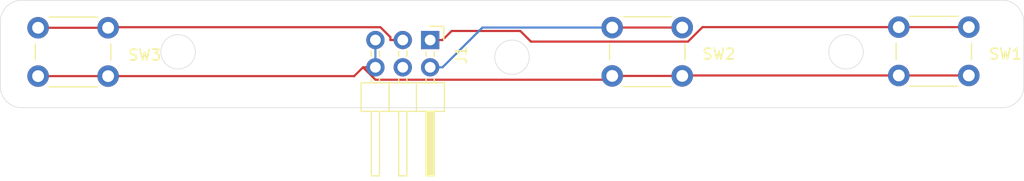
<source format=kicad_pcb>
(kicad_pcb (version 20240108) (generator "pcbnew") (generator_version "8.0")
  (layers (0 "F.Cu" signal) (31 "B.Cu" signal) (34 "B.Paste" user) (35 "F.Paste" user) (36 "B.SilkS" user "B.Silkscreen") (37 "F.SilkS" user "F.Silkscreen") (38 "B.Mask" user) (39 "F.Mask" user) (44 "Edge.Cuts" user))
  (net 0 "")
  (net 1 "Net-(J1-Pin_1)")
  (net 2 "GND")
  (net 3 "Net-(J1-Pin_2)")
  (net 4 "Net-(J1-Pin_3)")
  (footprint "Button_Switch_THT:SW_PUSH_6mm" (layer "F.Cu") (at 132.8 47.24)
    (property "Reference" "SW2" (at 9.9 2.46 0) (layer "F.SilkS"))
    (property "Value" "SW_Push" (hide yes))
    (fp_line (start -0.25 1.5) (end -0.25 3) (stroke (width 0.12)) (layer "F.SilkS"))
    (fp_line (start 1 5.5) (end 5.5 5.5) (stroke (width 0.12)) (layer "F.SilkS"))
    (fp_line (start 5.5 -1) (end 1 -1) (stroke (width 0.12)) (layer "F.SilkS"))
    (fp_line (start 6.75 3) (end 6.75 1.5) (stroke (width 0.12)) (layer "F.SilkS"))
    (pad "1" thru_hole circle (at 0 0 90) (size 2 2) (drill 1.1) (layers "*.Cu" "*.Mask" "In1.Cu" "In2.Cu" "In3.Cu" "In4.Cu" "In5.Cu" "In6.Cu" "In7.Cu" "In8.Cu" "In9.Cu" "In10.Cu" "In11.Cu" "In12.Cu" "In13.Cu" "In14.Cu" "In15.Cu" "In16.Cu" "In17.Cu" "In18.Cu" "In19.Cu" "In20.Cu" "In21.Cu" "In22.Cu" "In23.Cu" "In24.Cu" "In25.Cu" "In26.Cu" "In27.Cu" "In28.Cu" "In29.Cu" "In30.Cu") (net 3 "Net-(J1-Pin_2)"))
    (pad "1" thru_hole circle (at 6.5 0 90) (size 2 2) (drill 1.1) (layers "*.Cu" "*.Mask" "In1.Cu" "In2.Cu" "In3.Cu" "In4.Cu" "In5.Cu" "In6.Cu" "In7.Cu" "In8.Cu" "In9.Cu" "In10.Cu" "In11.Cu" "In12.Cu" "In13.Cu" "In14.Cu" "In15.Cu" "In16.Cu" "In17.Cu" "In18.Cu" "In19.Cu" "In20.Cu" "In21.Cu" "In22.Cu" "In23.Cu" "In24.Cu" "In25.Cu" "In26.Cu" "In27.Cu" "In28.Cu" "In29.Cu" "In30.Cu") (net 3 "Net-(J1-Pin_2)"))
    (pad "2" thru_hole circle (at 0 4.5 90) (size 2 2) (drill 1.1) (layers "*.Cu" "*.Mask" "In1.Cu" "In2.Cu" "In3.Cu" "In4.Cu" "In5.Cu" "In6.Cu" "In7.Cu" "In8.Cu" "In9.Cu" "In10.Cu" "In11.Cu" "In12.Cu" "In13.Cu" "In14.Cu" "In15.Cu" "In16.Cu" "In17.Cu" "In18.Cu" "In19.Cu" "In20.Cu" "In21.Cu" "In22.Cu" "In23.Cu" "In24.Cu" "In25.Cu" "In26.Cu" "In27.Cu" "In28.Cu" "In29.Cu" "In30.Cu") (net 2 "GND"))
    (pad "2" thru_hole circle (at 6.5 4.5 90) (size 2 2) (drill 1.1) (layers "*.Cu" "*.Mask" "In1.Cu" "In2.Cu" "In3.Cu" "In4.Cu" "In5.Cu" "In6.Cu" "In7.Cu" "In8.Cu" "In9.Cu" "In10.Cu" "In11.Cu" "In12.Cu" "In13.Cu" "In14.Cu" "In15.Cu" "In16.Cu" "In17.Cu" "In18.Cu" "In19.Cu" "In20.Cu" "In21.Cu" "In22.Cu" "In23.Cu" "In24.Cu" "In25.Cu" "In26.Cu" "In27.Cu" "In28.Cu" "In29.Cu" "In30.Cu") (net 2 "GND"))
  )
  (footprint "Connector_PinHeader_2.54mm:PinHeader_2x03_P2.54mm_Horizontal" (layer "F.Cu") (at 115.9 48.4 -90)
    (property "Reference" "J1" (at 1.4 -2.9 -90) (layer "F.SilkS"))
    (property "Value" "Conn_02x03_Odd_Even" (hide yes))
    (fp_line (start 3.98 6.41) (end 6.64 6.41) (stroke (width 0.12)) (layer "F.SilkS"))
    (fp_line (start 6.64 6.41) (end 6.64 -1.33) (stroke (width 0.12)) (layer "F.SilkS"))
    (fp_line (start 1.042929 5.46) (end 1.497071 5.46) (stroke (width 0.12)) (layer "F.SilkS"))
    (fp_line (start 3.582929 5.46) (end 3.98 5.46) (stroke (width 0.12)) (layer "F.SilkS"))
    (fp_line (start 12.64 5.46) (end 6.64 5.46) (stroke (width 0.12)) (layer "F.SilkS"))
    (fp_line (start 1.042929 4.7) (end 1.497071 4.7) (stroke (width 0.12)) (layer "F.SilkS"))
    (fp_line (start 3.582929 4.7) (end 3.98 4.7) (stroke (width 0.12)) (layer "F.SilkS"))
    (fp_line (start 6.64 4.7) (end 12.64 4.7) (stroke (width 0.12)) (layer "F.SilkS"))
    (fp_line (start 12.64 4.7) (end 12.64 5.46) (stroke (width 0.12)) (layer "F.SilkS"))
    (fp_line (start 3.98 3.81) (end 6.64 3.81) (stroke (width 0.12)) (layer "F.SilkS"))
    (fp_line (start 1.042929 2.92) (end 1.497071 2.92) (stroke (width 0.12)) (layer "F.SilkS"))
    (fp_line (start 3.582929 2.92) (end 3.98 2.92) (stroke (width 0.12)) (layer "F.SilkS"))
    (fp_line (start 12.64 2.92) (end 6.64 2.92) (stroke (width 0.12)) (layer "F.SilkS"))
    (fp_line (start 1.042929 2.16) (end 1.497071 2.16) (stroke (width 0.12)) (layer "F.SilkS"))
    (fp_line (start 3.582929 2.16) (end 3.98 2.16) (stroke (width 0.12)) (layer "F.SilkS"))
    (fp_line (start 6.64 2.16) (end 12.64 2.16) (stroke (width 0.12)) (layer "F.SilkS"))
    (fp_line (start 12.64 2.16) (end 12.64 2.92) (stroke (width 0.12)) (layer "F.SilkS"))
    (fp_line (start 3.98 1.27) (end 6.64 1.27) (stroke (width 0.12)) (layer "F.SilkS"))
    (fp_line (start 1.11 0.38) (end 1.497071 0.38) (stroke (width 0.12)) (layer "F.SilkS"))
    (fp_line (start 3.582929 0.38) (end 3.98 0.38) (stroke (width 0.12)) (layer "F.SilkS"))
    (fp_line (start 12.64 0.38) (end 6.64 0.38) (stroke (width 0.12)) (layer "F.SilkS"))
    (fp_line (start 6.64 0.28) (end 12.64 0.28) (stroke (width 0.12)) (layer "F.SilkS"))
    (fp_line (start 6.64 0.16) (end 12.64 0.16) (stroke (width 0.12)) (layer "F.SilkS"))
    (fp_line (start 6.64 0.04) (end 12.64 0.04) (stroke (width 0.12)) (layer "F.SilkS"))
    (fp_line (start -1.27 0) (end -1.27 -1.27) (stroke (width 0.12)) (layer "F.SilkS"))
    (fp_line (start 6.64 -0.08) (end 12.64 -0.08) (stroke (width 0.12)) (layer "F.SilkS"))
    (fp_line (start 6.64 -0.2) (end 12.64 -0.2) (stroke (width 0.12)) (layer "F.SilkS"))
    (fp_line (start 6.64 -0.32) (end 12.64 -0.32) (stroke (width 0.12)) (layer "F.SilkS"))
    (fp_line (start 1.11 -0.38) (end 1.497071 -0.38) (stroke (width 0.12)) (layer "F.SilkS"))
    (fp_line (start 3.582929 -0.38) (end 3.98 -0.38) (stroke (width 0.12)) (layer "F.SilkS"))
    (fp_line (start 6.64 -0.38) (end 12.64 -0.38) (stroke (width 0.12)) (layer "F.SilkS"))
    (fp_line (start 12.64 -0.38) (end 12.64 0.38) (stroke (width 0.12)) (layer "F.SilkS"))
    (fp_line (start -1.27 -1.27) (end 0 -1.27) (stroke (width 0.12)) (layer "F.SilkS"))
    (fp_line (start 3.98 -1.33) (end 3.98 6.41) (stroke (width 0.12)) (layer "F.SilkS"))
    (fp_line (start 6.64 -1.33) (end 3.98 -1.33) (stroke (width 0.12)) (layer "F.SilkS"))
    (pad "1" thru_hole rect (at 0 0 270) (size 1.7 1.7) (drill 1) (layers "*.Cu" "*.Mask" "In1.Cu" "In2.Cu" "In3.Cu" "In4.Cu" "In5.Cu" "In6.Cu" "In7.Cu" "In8.Cu" "In9.Cu" "In10.Cu" "In11.Cu" "In12.Cu" "In13.Cu" "In14.Cu" "In15.Cu" "In16.Cu" "In17.Cu" "In18.Cu" "In19.Cu" "In20.Cu" "In21.Cu" "In22.Cu" "In23.Cu" "In24.Cu" "In25.Cu" "In26.Cu" "In27.Cu" "In28.Cu" "In29.Cu" "In30.Cu") (net 1 "Net-(J1-Pin_1)"))
    (pad "2" thru_hole oval (at 2.54 0 270) (size 1.7 1.7) (drill 1) (layers "*.Cu" "*.Mask" "In1.Cu" "In2.Cu" "In3.Cu" "In4.Cu" "In5.Cu" "In6.Cu" "In7.Cu" "In8.Cu" "In9.Cu" "In10.Cu" "In11.Cu" "In12.Cu" "In13.Cu" "In14.Cu" "In15.Cu" "In16.Cu" "In17.Cu" "In18.Cu" "In19.Cu" "In20.Cu" "In21.Cu" "In22.Cu" "In23.Cu" "In24.Cu" "In25.Cu" "In26.Cu" "In27.Cu" "In28.Cu" "In29.Cu" "In30.Cu") (net 3 "Net-(J1-Pin_2)"))
    (pad "3" thru_hole oval (at 0 2.54 270) (size 1.7 1.7) (drill 1) (layers "*.Cu" "*.Mask" "In1.Cu" "In2.Cu" "In3.Cu" "In4.Cu" "In5.Cu" "In6.Cu" "In7.Cu" "In8.Cu" "In9.Cu" "In10.Cu" "In11.Cu" "In12.Cu" "In13.Cu" "In14.Cu" "In15.Cu" "In16.Cu" "In17.Cu" "In18.Cu" "In19.Cu" "In20.Cu" "In21.Cu" "In22.Cu" "In23.Cu" "In24.Cu" "In25.Cu" "In26.Cu" "In27.Cu" "In28.Cu" "In29.Cu" "In30.Cu") (net 4 "Net-(J1-Pin_3)"))
    (pad "4" thru_hole oval (at 2.54 2.54 270) (size 1.7 1.7) (drill 1) (layers "*.Cu" "*.Mask" "In1.Cu" "In2.Cu" "In3.Cu" "In4.Cu" "In5.Cu" "In6.Cu" "In7.Cu" "In8.Cu" "In9.Cu" "In10.Cu" "In11.Cu" "In12.Cu" "In13.Cu" "In14.Cu" "In15.Cu" "In16.Cu" "In17.Cu" "In18.Cu" "In19.Cu" "In20.Cu" "In21.Cu" "In22.Cu" "In23.Cu" "In24.Cu" "In25.Cu" "In26.Cu" "In27.Cu" "In28.Cu" "In29.Cu" "In30.Cu"))
    (pad "5" thru_hole oval (at 0 5.08 270) (size 1.7 1.7) (drill 1) (layers "*.Cu" "*.Mask" "In1.Cu" "In2.Cu" "In3.Cu" "In4.Cu" "In5.Cu" "In6.Cu" "In7.Cu" "In8.Cu" "In9.Cu" "In10.Cu" "In11.Cu" "In12.Cu" "In13.Cu" "In14.Cu" "In15.Cu" "In16.Cu" "In17.Cu" "In18.Cu" "In19.Cu" "In20.Cu" "In21.Cu" "In22.Cu" "In23.Cu" "In24.Cu" "In25.Cu" "In26.Cu" "In27.Cu" "In28.Cu" "In29.Cu" "In30.Cu") (net 2 "GND"))
    (pad "6" thru_hole oval (at 2.54 5.08 270) (size 1.7 1.7) (drill 1) (layers "*.Cu" "*.Mask" "In1.Cu" "In2.Cu" "In3.Cu" "In4.Cu" "In5.Cu" "In6.Cu" "In7.Cu" "In8.Cu" "In9.Cu" "In10.Cu" "In11.Cu" "In12.Cu" "In13.Cu" "In14.Cu" "In15.Cu" "In16.Cu" "In17.Cu" "In18.Cu" "In19.Cu" "In20.Cu" "In21.Cu" "In22.Cu" "In23.Cu" "In24.Cu" "In25.Cu" "In26.Cu" "In27.Cu" "In28.Cu" "In29.Cu" "In30.Cu") (net 2 "GND"))
  )
  (footprint "Button_Switch_THT:SW_PUSH_6mm" (layer "F.Cu") (at 159.4 47.2)
    (property "Reference" "SW1" (at 9.9 2.5 0) (layer "F.SilkS"))
    (property "Value" "SW_Push" (hide yes))
    (fp_line (start -0.25 1.5) (end -0.25 3) (stroke (width 0.12)) (layer "F.SilkS"))
    (fp_line (start 1 5.5) (end 5.5 5.5) (stroke (width 0.12)) (layer "F.SilkS"))
    (fp_line (start 5.5 -1) (end 1 -1) (stroke (width 0.12)) (layer "F.SilkS"))
    (fp_line (start 6.75 3) (end 6.75 1.5) (stroke (width 0.12)) (layer "F.SilkS"))
    (pad "1" thru_hole circle (at 0 0 90) (size 2 2) (drill 1.1) (layers "*.Cu" "*.Mask" "In1.Cu" "In2.Cu" "In3.Cu" "In4.Cu" "In5.Cu" "In6.Cu" "In7.Cu" "In8.Cu" "In9.Cu" "In10.Cu" "In11.Cu" "In12.Cu" "In13.Cu" "In14.Cu" "In15.Cu" "In16.Cu" "In17.Cu" "In18.Cu" "In19.Cu" "In20.Cu" "In21.Cu" "In22.Cu" "In23.Cu" "In24.Cu" "In25.Cu" "In26.Cu" "In27.Cu" "In28.Cu" "In29.Cu" "In30.Cu") (net 1 "Net-(J1-Pin_1)"))
    (pad "1" thru_hole circle (at 6.5 0 90) (size 2 2) (drill 1.1) (layers "*.Cu" "*.Mask" "In1.Cu" "In2.Cu" "In3.Cu" "In4.Cu" "In5.Cu" "In6.Cu" "In7.Cu" "In8.Cu" "In9.Cu" "In10.Cu" "In11.Cu" "In12.Cu" "In13.Cu" "In14.Cu" "In15.Cu" "In16.Cu" "In17.Cu" "In18.Cu" "In19.Cu" "In20.Cu" "In21.Cu" "In22.Cu" "In23.Cu" "In24.Cu" "In25.Cu" "In26.Cu" "In27.Cu" "In28.Cu" "In29.Cu" "In30.Cu") (net 1 "Net-(J1-Pin_1)"))
    (pad "2" thru_hole circle (at 0 4.5 90) (size 2 2) (drill 1.1) (layers "*.Cu" "*.Mask" "In1.Cu" "In2.Cu" "In3.Cu" "In4.Cu" "In5.Cu" "In6.Cu" "In7.Cu" "In8.Cu" "In9.Cu" "In10.Cu" "In11.Cu" "In12.Cu" "In13.Cu" "In14.Cu" "In15.Cu" "In16.Cu" "In17.Cu" "In18.Cu" "In19.Cu" "In20.Cu" "In21.Cu" "In22.Cu" "In23.Cu" "In24.Cu" "In25.Cu" "In26.Cu" "In27.Cu" "In28.Cu" "In29.Cu" "In30.Cu") (net 2 "GND"))
    (pad "2" thru_hole circle (at 6.5 4.5 90) (size 2 2) (drill 1.1) (layers "*.Cu" "*.Mask" "In1.Cu" "In2.Cu" "In3.Cu" "In4.Cu" "In5.Cu" "In6.Cu" "In7.Cu" "In8.Cu" "In9.Cu" "In10.Cu" "In11.Cu" "In12.Cu" "In13.Cu" "In14.Cu" "In15.Cu" "In16.Cu" "In17.Cu" "In18.Cu" "In19.Cu" "In20.Cu" "In21.Cu" "In22.Cu" "In23.Cu" "In24.Cu" "In25.Cu" "In26.Cu" "In27.Cu" "In28.Cu" "In29.Cu" "In30.Cu") (net 2 "GND"))
  )
  (footprint "Button_Switch_THT:SW_PUSH_6mm" (layer "F.Cu") (at 79.51 47.26)
    (property "Reference" "SW3" (at 9.89 2.54 0) (layer "F.SilkS"))
    (property "Value" "SW_Push" (hide yes))
    (fp_line (start -0.25 1.5) (end -0.25 3) (stroke (width 0.12)) (layer "F.SilkS"))
    (fp_line (start 1 5.5) (end 5.5 5.5) (stroke (width 0.12)) (layer "F.SilkS"))
    (fp_line (start 5.5 -1) (end 1 -1) (stroke (width 0.12)) (layer "F.SilkS"))
    (fp_line (start 6.75 3) (end 6.75 1.5) (stroke (width 0.12)) (layer "F.SilkS"))
    (pad "1" thru_hole circle (at 0 0 90) (size 2 2) (drill 1.1) (layers "*.Cu" "*.Mask" "In1.Cu" "In2.Cu" "In3.Cu" "In4.Cu" "In5.Cu" "In6.Cu" "In7.Cu" "In8.Cu" "In9.Cu" "In10.Cu" "In11.Cu" "In12.Cu" "In13.Cu" "In14.Cu" "In15.Cu" "In16.Cu" "In17.Cu" "In18.Cu" "In19.Cu" "In20.Cu" "In21.Cu" "In22.Cu" "In23.Cu" "In24.Cu" "In25.Cu" "In26.Cu" "In27.Cu" "In28.Cu" "In29.Cu" "In30.Cu") (net 4 "Net-(J1-Pin_3)"))
    (pad "1" thru_hole circle (at 6.5 0 90) (size 2 2) (drill 1.1) (layers "*.Cu" "*.Mask" "In1.Cu" "In2.Cu" "In3.Cu" "In4.Cu" "In5.Cu" "In6.Cu" "In7.Cu" "In8.Cu" "In9.Cu" "In10.Cu" "In11.Cu" "In12.Cu" "In13.Cu" "In14.Cu" "In15.Cu" "In16.Cu" "In17.Cu" "In18.Cu" "In19.Cu" "In20.Cu" "In21.Cu" "In22.Cu" "In23.Cu" "In24.Cu" "In25.Cu" "In26.Cu" "In27.Cu" "In28.Cu" "In29.Cu" "In30.Cu") (net 4 "Net-(J1-Pin_3)"))
    (pad "2" thru_hole circle (at 0 4.5 90) (size 2 2) (drill 1.1) (layers "*.Cu" "*.Mask" "In1.Cu" "In2.Cu" "In3.Cu" "In4.Cu" "In5.Cu" "In6.Cu" "In7.Cu" "In8.Cu" "In9.Cu" "In10.Cu" "In11.Cu" "In12.Cu" "In13.Cu" "In14.Cu" "In15.Cu" "In16.Cu" "In17.Cu" "In18.Cu" "In19.Cu" "In20.Cu" "In21.Cu" "In22.Cu" "In23.Cu" "In24.Cu" "In25.Cu" "In26.Cu" "In27.Cu" "In28.Cu" "In29.Cu" "In30.Cu") (net 2 "GND"))
    (pad "2" thru_hole circle (at 6.5 4.5 90) (size 2 2) (drill 1.1) (layers "*.Cu" "*.Mask" "In1.Cu" "In2.Cu" "In3.Cu" "In4.Cu" "In5.Cu" "In6.Cu" "In7.Cu" "In8.Cu" "In9.Cu" "In10.Cu" "In11.Cu" "In12.Cu" "In13.Cu" "In14.Cu" "In15.Cu" "In16.Cu" "In17.Cu" "In18.Cu" "In19.Cu" "In20.Cu" "In21.Cu" "In22.Cu" "In23.Cu" "In24.Cu" "In25.Cu" "In26.Cu" "In27.Cu" "In28.Cu" "In29.Cu" "In30.Cu") (net 2 "GND"))
  )
  (gr_line (start 78 44.7) (end 169 44.7) (stroke (width 0.05)) (layer "Edge.Cuts"))
  (gr_line (start 76 52.7) (end 76 46.7) (stroke (width 0.05)) (layer "Edge.Cuts"))
  (gr_line (start 171 46.7) (end 171 52.7) (stroke (width 0.05)) (layer "Edge.Cuts"))
  (gr_line (start 169 54.7) (end 78 54.7) (stroke (width 0.05)) (layer "Edge.Cuts"))
  (gr_arc (start 76 46.7) (mid 76.585786 45.285786) (end 78 44.7) (stroke (width 0.05)) (layer "Edge.Cuts"))
  (gr_arc (start 169 44.7) (mid 170.414214 45.285786) (end 171 46.7) (stroke (width 0.05)) (layer "Edge.Cuts"))
  (gr_circle (center 123.5 50) (end 125.1 50) (stroke (width 0.05)) (fill none) (layer "Edge.Cuts"))
  (gr_circle (center 154.5 49.5) (end 156.1 49.5) (stroke (width 0.05)) (fill none) (layer "Edge.Cuts"))
  (gr_arc (start 78 54.7) (mid 76.585786 54.114214) (end 76 52.7) (stroke (width 0.05)) (layer "Edge.Cuts"))
  (gr_circle (center 92.5 49.5) (end 94.1 49.5) (stroke (width 0.05)) (fill none) (layer "Edge.Cuts"))
  (gr_arc (start 171 52.7) (mid 170.414214 54.114214) (end 169 54.7) (stroke (width 0.05)) (layer "Edge.Cuts"))
  (segment (start 124.267 47.558) (end 117.8937 47.558) (width 0.2) (layer "F.Cu") (net 1))
  (segment (start 117.8937 47.558) (end 117.0517 48.4) (width 0.2) (layer "F.Cu") (net 1))
  (segment (start 165.9 47.2) (end 159.4 47.2) (width 0.2) (layer "F.Cu") (net 1))
  (segment (start 139.8346 48.5464) (end 125.2554 48.5464) (width 0.2) (layer "F.Cu") (net 1))
  (segment (start 115.9 48.4) (end 117.0517 48.4) (width 0.2) (layer "F.Cu") (net 1))
  (segment (start 125.2554 48.5464) (end 124.267 47.558) (width 0.2) (layer "F.Cu") (net 1))
  (segment (start 141.181 47.2) (end 139.8346 48.5464) (width 0.2) (layer "F.Cu") (net 1))
  (segment (start 159.4 47.2) (end 141.181 47.2) (width 0.2) (layer "F.Cu") (net 1))
  (segment (start 86.01 51.76) (end 108.8483 51.76) (width 0.2) (layer "F.Cu") (net 2))
  (segment (start 165.9 51.7) (end 159.4 51.7) (width 0.2) (layer "F.Cu") (net 2))
  (segment (start 79.51 51.76) (end 86.01 51.76) (width 0.2) (layer "F.Cu") (net 2))
  (segment (start 132.8 51.74) (end 132.4459 52.0941) (width 0.2) (layer "F.Cu") (net 2))
  (segment (start 110.82 50.94) (end 109.6683 50.94) (width 0.2) (layer "F.Cu") (net 2))
  (segment (start 159.4 51.7) (end 139.34 51.7) (width 0.2) (layer "F.Cu") (net 2))
  (segment (start 110.8224 52.0941) (end 109.6683 50.94) (width 0.2) (layer "F.Cu") (net 2))
  (segment (start 139.3 51.74) (end 132.8 51.74) (width 0.2) (layer "F.Cu") (net 2))
  (segment (start 108.8483 51.76) (end 109.6683 50.94) (width 0.2) (layer "F.Cu") (net 2))
  (segment (start 139.34 51.7) (end 139.3 51.74) (width 0.2) (layer "F.Cu") (net 2))
  (segment (start 132.4459 52.0941) (end 110.8224 52.0941) (width 0.2) (layer "F.Cu") (net 2))
  (segment (start 110.82 50.94) (end 110.82 48.4) (width 0.2) (layer "B.Cu") (net 2))
  (segment (start 139.3 47.24) (end 132.8 47.24) (width 0.2) (layer "F.Cu") (net 3))
  (segment (start 120.7517 47.24) (end 117.0517 50.94) (width 0.2) (layer "B.Cu") (net 3))
  (segment (start 132.8 47.24) (end 120.7517 47.24) (width 0.2) (layer "B.Cu") (net 3))
  (segment (start 115.9 50.94) (end 117.0517 50.94) (width 0.2) (layer "B.Cu") (net 3))
  (segment (start 113.36 48.4) (end 112.2083 48.4) (width 0.2) (layer "F.Cu") (net 4))
  (segment (start 86.0632 47.2068) (end 111.2836 47.2068) (width 0.2) (layer "F.Cu") (net 4))
  (segment (start 86.01 47.26) (end 86.0632 47.2068) (width 0.2) (layer "F.Cu") (net 4))
  (segment (start 111.2836 47.2068) (end 112.2083 48.1315) (width 0.2) (layer "F.Cu") (net 4))
  (segment (start 86.01 47.26) (end 79.51 47.26) (width 0.2) (layer "F.Cu") (net 4))
  (segment (start 112.2083 48.1315) (end 112.2083 48.4) (width 0.2) (layer "F.Cu") (net 4))
)
</source>
